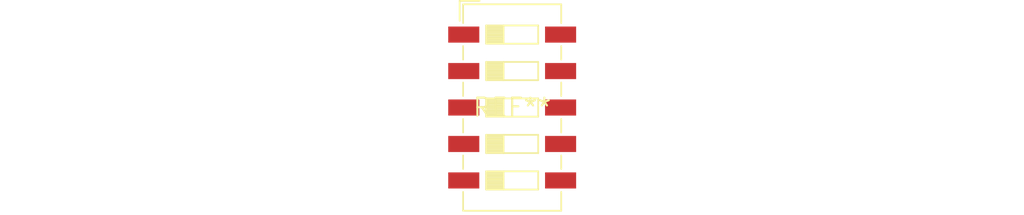
<source format=kicad_pcb>
(kicad_pcb (version 20240108) (generator pcbnew)
  (layers (0 "F.Cu" signal) (31 "B.Cu" signal) (34 "B.Paste" user) (35 "F.Paste" user) (36 "B.SilkS" user "B.Silkscreen") (37 "F.SilkS" user "F.Silkscreen") (38 "B.Mask" user) (39 "F.Mask" user) (44 "Edge.Cuts" user))
  (net 0 "")
  (footprint "SW_DIP_SPSTx05_Slide_6.7x14.26mm_W6.73mm_P2.54mm_LowProfile_JPin" (layer "F.Cu") (at 0 0)
    (property "Reference" "REF**")
    (property "Value" "SW_DIP_SPSTx05_Slide_6.7x14.26mm_W6.73mm_P2.54mm_LowProfile_JPin")
    (fp_line (start -3.65 -7.43) (end -3.65 -6.047) (layer "F.SilkS") (stroke (width 0.12)))
    (fp_line (start -3.65 -7.43) (end -2.267 -7.43) (layer "F.SilkS") (stroke (width 0.12)))
    (fp_line (start -3.41 -7.19) (end -3.41 -5.88) (layer "F.SilkS") (stroke (width 0.12)))
    (fp_line (start -3.41 -7.19) (end 3.41 -7.19) (layer "F.SilkS") (stroke (width 0.12)))
    (fp_line (start -3.41 -4.28) (end -3.41 -3.34) (layer "F.SilkS") (stroke (width 0.12)))
    (fp_line (start -3.41 -1.74) (end -3.41 -0.8) (layer "F.SilkS") (stroke (width 0.12)))
    (fp_line (start -3.41 0.8) (end -3.41 1.74) (layer "F.SilkS") (stroke (width 0.12)))
    (fp_line (start -3.41 3.34) (end -3.41 4.28) (layer "F.SilkS") (stroke (width 0.12)))
    (fp_line (start -3.41 5.88) (end -3.41 7.191) (layer "F.SilkS") (stroke (width 0.12)))
    (fp_line (start -3.41 7.191) (end 3.41 7.191) (layer "F.SilkS") (stroke (width 0.12)))
    (fp_line (start -1.81 -5.715) (end -1.81 -4.445) (layer "F.SilkS") (stroke (width 0.12)))
    (fp_line (start -1.81 -5.595) (end -0.603333 -5.595) (layer "F.SilkS") (stroke (width 0.12)))
    (fp_line (start -1.81 -5.475) (end -0.603333 -5.475) (layer "F.SilkS") (stroke (width 0.12)))
    (fp_line (start -1.81 -5.355) (end -0.603333 -5.355) (layer "F.SilkS") (stroke (width 0.12)))
    (fp_line (start -1.81 -5.235) (end -0.603333 -5.235) (layer "F.SilkS") (stroke (width 0.12)))
    (fp_line (start -1.81 -5.115) (end -0.603333 -5.115) (layer "F.SilkS") (stroke (width 0.12)))
    (fp_line (start -1.81 -4.995) (end -0.603333 -4.995) (layer "F.SilkS") (stroke (width 0.12)))
    (fp_line (start -1.81 -4.875) (end -0.603333 -4.875) (layer "F.SilkS") (stroke (width 0.12)))
    (fp_line (start -1.81 -4.755) (end -0.603333 -4.755) (layer "F.SilkS") (stroke (width 0.12)))
    (fp_line (start -1.81 -4.635) (end -0.603333 -4.635) (layer "F.SilkS") (stroke (width 0.12)))
    (fp_line (start -1.81 -4.515) (end -0.603333 -4.515) (layer "F.SilkS") (stroke (width 0.12)))
    (fp_line (start -1.81 -4.445) (end 1.81 -4.445) (layer "F.SilkS") (stroke (width 0.12)))
    (fp_line (start -1.81 -3.175) (end -1.81 -1.905) (layer "F.SilkS") (stroke (width 0.12)))
    (fp_line (start -1.81 -3.055) (end -0.603333 -3.055) (layer "F.SilkS") (stroke (width 0.12)))
    (fp_line (start -1.81 -2.935) (end -0.603333 -2.935) (layer "F.SilkS") (stroke (width 0.12)))
    (fp_line (start -1.81 -2.815) (end -0.603333 -2.815) (layer "F.SilkS") (stroke (width 0.12)))
    (fp_line (start -1.81 -2.695) (end -0.603333 -2.695) (layer "F.SilkS") (stroke (width 0.12)))
    (fp_line (start -1.81 -2.575) (end -0.603333 -2.575) (layer "F.SilkS") (stroke (width 0.12)))
    (fp_line (start -1.81 -2.455) (end -0.603333 -2.455) (layer "F.SilkS") (stroke (width 0.12)))
    (fp_line (start -1.81 -2.335) (end -0.603333 -2.335) (layer "F.SilkS") (stroke (width 0.12)))
    (fp_line (start -1.81 -2.215) (end -0.603333 -2.215) (layer "F.SilkS") (stroke (width 0.12)))
    (fp_line (start -1.81 -2.095) (end -0.603333 -2.095) (layer "F.SilkS") (stroke (width 0.12)))
    (fp_line (start -1.81 -1.975) (end -0.603333 -1.975) (layer "F.SilkS") (stroke (width 0.12)))
    (fp_line (start -1.81 -1.905) (end 1.81 -1.905) (layer "F.SilkS") (stroke (width 0.12)))
    (fp_line (start -1.81 -0.635) (end -1.81 0.635) (layer "F.SilkS") (stroke (width 0.12)))
    (fp_line (start -1.81 -0.515) (end -0.603333 -0.515) (layer "F.SilkS") (stroke (width 0.12)))
    (fp_line (start -1.81 -0.395) (end -0.603333 -0.395) (layer "F.SilkS") (stroke (width 0.12)))
    (fp_line (start -1.81 -0.275) (end -0.603333 -0.275) (layer "F.SilkS") (stroke (width 0.12)))
    (fp_line (start -1.81 -0.155) (end -0.603333 -0.155) (layer "F.SilkS") (stroke (width 0.12)))
    (fp_line (start -1.81 -0.035) (end -0.603333 -0.035) (layer "F.SilkS") (stroke (width 0.12)))
    (fp_line (start -1.81 0.085) (end -0.603333 0.085) (layer "F.SilkS") (stroke (width 0.12)))
    (fp_line (start -1.81 0.205) (end -0.603333 0.205) (layer "F.SilkS") (stroke (width 0.12)))
    (fp_line (start -1.81 0.325) (end -0.603333 0.325) (layer "F.SilkS") (stroke (width 0.12)))
    (fp_line (start -1.81 0.445) (end -0.603333 0.445) (layer "F.SilkS") (stroke (width 0.12)))
    (fp_line (start -1.81 0.565) (end -0.603333 0.565) (layer "F.SilkS") (stroke (width 0.12)))
    (fp_line (start -1.81 0.635) (end 1.81 0.635) (layer "F.SilkS") (stroke (width 0.12)))
    (fp_line (start -1.81 1.905) (end -1.81 3.175) (layer "F.SilkS") (stroke (width 0.12)))
    (fp_line (start -1.81 2.025) (end -0.603333 2.025) (layer "F.SilkS") (stroke (width 0.12)))
    (fp_line (start -1.81 2.145) (end -0.603333 2.145) (layer "F.SilkS") (stroke (width 0.12)))
    (fp_line (start -1.81 2.265) (end -0.603333 2.265) (layer "F.SilkS") (stroke (width 0.12)))
    (fp_line (start -1.81 2.385) (end -0.603333 2.385) (layer "F.SilkS") (stroke (width 0.12)))
    (fp_line (start -1.81 2.505) (end -0.603333 2.505) (layer "F.SilkS") (stroke (width 0.12)))
    (fp_line (start -1.81 2.625) (end -0.603333 2.625) (layer "F.SilkS") (stroke (width 0.12)))
    (fp_line (start -1.81 2.745) (end -0.603333 2.745) (layer "F.SilkS") (stroke (width 0.12)))
    (fp_line (start -1.81 2.865) (end -0.603333 2.865) (layer "F.SilkS") (stroke (width 0.12)))
    (fp_line (start -1.81 2.985) (end -0.603333 2.985) (layer "F.SilkS") (stroke (width 0.12)))
    (fp_line (start -1.81 3.105) (end -0.603333 3.105) (layer "F.SilkS") (stroke (width 0.12)))
    (fp_line (start -1.81 3.175) (end 1.81 3.175) (layer "F.SilkS") (stroke (width 0.12)))
    (fp_line (start -1.81 4.445) (end -1.81 5.715) (layer "F.SilkS") (stroke (width 0.12)))
    (fp_line (start -1.81 4.565) (end -0.603333 4.565) (layer "F.SilkS") (stroke (width 0.12)))
    (fp_line (start -1.81 4.685) (end -0.603333 4.685) (layer "F.SilkS") (stroke (width 0.12)))
    (fp_line (start -1.81 4.805) (end -0.603333 4.805) (layer "F.SilkS") (stroke (width 0.12)))
    (fp_line (start -1.81 4.925) (end -0.603333 4.925) (layer "F.SilkS") (stroke (width 0.12)))
    (fp_line (start -1.81 5.045) (end -0.603333 5.045) (layer "F.SilkS") (stroke (width 0.12)))
    (fp_line (start -1.81 5.165) (end -0.603333 5.165) (layer "F.SilkS") (stroke (width 0.12)))
    (fp_line (start -1.81 5.285) (end -0.603333 5.285) (layer "F.SilkS") (stroke (width 0.12)))
    (fp_line (start -1.81 5.405) (end -0.603333 5.405) (layer "F.SilkS") (stroke (width 0.12)))
    (fp_line (start -1.81 5.525) (end -0.603333 5.525) (layer "F.SilkS") (stroke (width 0.12)))
    (fp_line (start -1.81 5.645) (end -0.603333 5.645) (layer "F.SilkS") (stroke (width 0.12)))
    (fp_line (start -1.81 5.715) (end 1.81 5.715) (layer "F.SilkS") (stroke (width 0.12)))
    (fp_line (start -0.603333 -5.715) (end -0.603333 -4.445) (layer "F.SilkS") (stroke (width 0.12)))
    (fp_line (start -0.603333 -3.175) (end -0.603333 -1.905) (layer "F.SilkS") (stroke (width 0.12)))
    (fp_line (start -0.603333 -0.635) (end -0.603333 0.635) (layer "F.SilkS") (stroke (width 0.12)))
    (fp_line (start -0.603333 1.905) (end -0.603333 3.175) (layer "F.SilkS") (stroke (width 0.12)))
    (fp_line (start -0.603333 4.445) (end -0.603333 5.715) (layer "F.SilkS") (stroke (width 0.12)))
    (fp_line (start 1.81 -5.715) (end -1.81 -5.715) (layer "F.SilkS") (stroke (width 0.12)))
    (fp_line (start 1.81 -4.445) (end 1.81 -5.715) (layer "F.SilkS") (stroke (width 0.12)))
    (fp_line (start 1.81 -3.175) (end -1.81 -3.175) (layer "F.SilkS") (stroke (width 0.12)))
    (fp_line (start 1.81 -1.905) (end 1.81 -3.175) (layer "F.SilkS") (stroke (width 0.12)))
    (fp_line (start 1.81 -0.635) (end -1.81 -0.635) (layer "F.SilkS") (stroke (width 0.12)))
    (fp_line (start 1.81 0.635) (end 1.81 -0.635) (layer "F.SilkS") (stroke (width 0.12)))
    (fp_line (start 1.81 1.905) (end -1.81 1.905) (layer "F.SilkS") (stroke (width 0.12)))
    (fp_line (start 1.81 3.175) (end 1.81 1.905) (layer "F.SilkS") (stroke (width 0.12)))
    (fp_line (start 1.81 4.445) (end -1.81 4.445) (layer "F.SilkS") (stroke (width 0.12)))
    (fp_line (start 1.81 5.715) (end 1.81 4.445) (layer "F.SilkS") (stroke (width 0.12)))
    (fp_line (start 3.41 -7.19) (end 3.41 -5.88) (layer "F.SilkS") (stroke (width 0.12)))
    (fp_line (start 3.41 -4.28) (end 3.41 -3.34) (layer "F.SilkS") (stroke (width 0.12)))
    (fp_line (start 3.41 -1.74) (end 3.41 -0.8) (layer "F.SilkS") (stroke (width 0.12)))
    (fp_line (start 3.41 0.8) (end 3.41 1.74) (layer "F.SilkS") (stroke (width 0.12)))
    (fp_line (start 3.41 3.34) (end 3.41 4.28) (layer "F.SilkS") (stroke (width 0.12)))
    (fp_line (start 3.41 5.88) (end 3.41 7.191) (layer "F.SilkS") (stroke (width 0.12)))
    (pad "1" smd rect (at -3.365 -5.08) (size 2.16 1.12) (layers "F.Cu" "F.Paste" "F.Mask"))
    (pad "2" smd rect (at -3.365 -2.54) (size 2.16 1.12) (layers "F.Cu" "F.Paste" "F.Mask"))
    (pad "3" smd rect (at -3.365 0) (size 2.16 1.12) (layers "F.Cu" "F.Paste" "F.Mask"))
    (pad "4" smd rect (at -3.365 2.54) (size 2.16 1.12) (layers "F.Cu" "F.Paste" "F.Mask"))
    (pad "5" smd rect (at -3.365 5.08) (size 2.16 1.12) (layers "F.Cu" "F.Paste" "F.Mask"))
    (pad "6" smd rect (at 3.365 5.08) (size 2.16 1.12) (layers "F.Cu" "F.Paste" "F.Mask"))
    (pad "7" smd rect (at 3.365 2.54) (size 2.16 1.12) (layers "F.Cu" "F.Paste" "F.Mask"))
    (pad "8" smd rect (at 3.365 0) (size 2.16 1.12) (layers "F.Cu" "F.Paste" "F.Mask"))
    (pad "9" smd rect (at 3.365 -2.54) (size 2.16 1.12) (layers "F.Cu" "F.Paste" "F.Mask"))
    (pad "10" smd rect (at 3.365 -5.08) (size 2.16 1.12) (layers "F.Cu" "F.Paste" "F.Mask"))
  )
)
</source>
